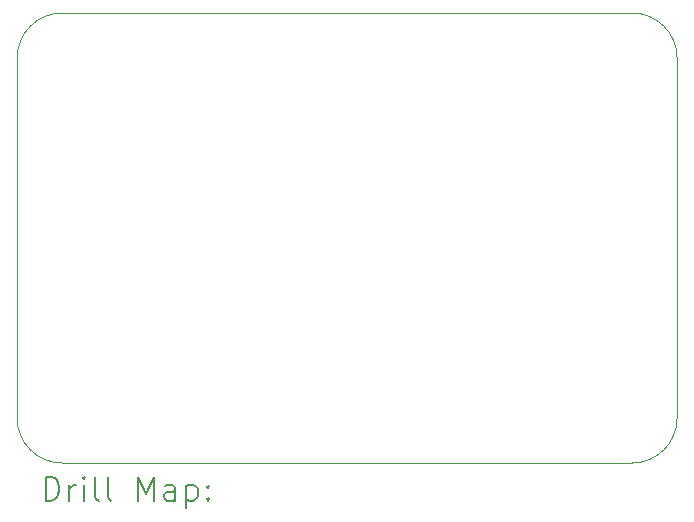
<source format=gbr>
%TF.GenerationSoftware,KiCad,Pcbnew,7.0.1*%
%TF.CreationDate,2025-08-08T09:31:10+07:00*%
%TF.ProjectId,Isolated-Serial-PCB,49736f6c-6174-4656-942d-53657269616c,rev?*%
%TF.SameCoordinates,Original*%
%TF.FileFunction,Drillmap*%
%TF.FilePolarity,Positive*%
%FSLAX45Y45*%
G04 Gerber Fmt 4.5, Leading zero omitted, Abs format (unit mm)*
G04 Created by KiCad (PCBNEW 7.0.1) date 2025-08-08 09:31:10*
%MOMM*%
%LPD*%
G01*
G04 APERTURE LIST*
%ADD10C,0.100000*%
%ADD11C,0.200000*%
G04 APERTURE END LIST*
D10*
X12369800Y-7653400D02*
X17195800Y-7653400D01*
X17195800Y-11463400D02*
X12369800Y-11463400D01*
X17576800Y-8034400D02*
G75*
G03*
X17195800Y-7653400I-381000J0D01*
G01*
X11988800Y-11082400D02*
X11988800Y-8034400D01*
X12369800Y-7653400D02*
G75*
G03*
X11988800Y-8034400I0J-381000D01*
G01*
X11988800Y-11082400D02*
G75*
G03*
X12369800Y-11463400I381000J0D01*
G01*
X17195800Y-11463400D02*
G75*
G03*
X17576800Y-11082400I0J381000D01*
G01*
X17576800Y-8034400D02*
X17576800Y-11082400D01*
D11*
X12231419Y-11780924D02*
X12231419Y-11580924D01*
X12231419Y-11580924D02*
X12279038Y-11580924D01*
X12279038Y-11580924D02*
X12307609Y-11590448D01*
X12307609Y-11590448D02*
X12326657Y-11609495D01*
X12326657Y-11609495D02*
X12336181Y-11628543D01*
X12336181Y-11628543D02*
X12345705Y-11666638D01*
X12345705Y-11666638D02*
X12345705Y-11695209D01*
X12345705Y-11695209D02*
X12336181Y-11733305D01*
X12336181Y-11733305D02*
X12326657Y-11752352D01*
X12326657Y-11752352D02*
X12307609Y-11771400D01*
X12307609Y-11771400D02*
X12279038Y-11780924D01*
X12279038Y-11780924D02*
X12231419Y-11780924D01*
X12431419Y-11780924D02*
X12431419Y-11647590D01*
X12431419Y-11685686D02*
X12440943Y-11666638D01*
X12440943Y-11666638D02*
X12450467Y-11657114D01*
X12450467Y-11657114D02*
X12469514Y-11647590D01*
X12469514Y-11647590D02*
X12488562Y-11647590D01*
X12555228Y-11780924D02*
X12555228Y-11647590D01*
X12555228Y-11580924D02*
X12545705Y-11590448D01*
X12545705Y-11590448D02*
X12555228Y-11599971D01*
X12555228Y-11599971D02*
X12564752Y-11590448D01*
X12564752Y-11590448D02*
X12555228Y-11580924D01*
X12555228Y-11580924D02*
X12555228Y-11599971D01*
X12679038Y-11780924D02*
X12659990Y-11771400D01*
X12659990Y-11771400D02*
X12650467Y-11752352D01*
X12650467Y-11752352D02*
X12650467Y-11580924D01*
X12783800Y-11780924D02*
X12764752Y-11771400D01*
X12764752Y-11771400D02*
X12755228Y-11752352D01*
X12755228Y-11752352D02*
X12755228Y-11580924D01*
X13012371Y-11780924D02*
X13012371Y-11580924D01*
X13012371Y-11580924D02*
X13079038Y-11723781D01*
X13079038Y-11723781D02*
X13145705Y-11580924D01*
X13145705Y-11580924D02*
X13145705Y-11780924D01*
X13326657Y-11780924D02*
X13326657Y-11676162D01*
X13326657Y-11676162D02*
X13317133Y-11657114D01*
X13317133Y-11657114D02*
X13298086Y-11647590D01*
X13298086Y-11647590D02*
X13259990Y-11647590D01*
X13259990Y-11647590D02*
X13240943Y-11657114D01*
X13326657Y-11771400D02*
X13307609Y-11780924D01*
X13307609Y-11780924D02*
X13259990Y-11780924D01*
X13259990Y-11780924D02*
X13240943Y-11771400D01*
X13240943Y-11771400D02*
X13231419Y-11752352D01*
X13231419Y-11752352D02*
X13231419Y-11733305D01*
X13231419Y-11733305D02*
X13240943Y-11714257D01*
X13240943Y-11714257D02*
X13259990Y-11704733D01*
X13259990Y-11704733D02*
X13307609Y-11704733D01*
X13307609Y-11704733D02*
X13326657Y-11695209D01*
X13421895Y-11647590D02*
X13421895Y-11847590D01*
X13421895Y-11657114D02*
X13440943Y-11647590D01*
X13440943Y-11647590D02*
X13479038Y-11647590D01*
X13479038Y-11647590D02*
X13498086Y-11657114D01*
X13498086Y-11657114D02*
X13507609Y-11666638D01*
X13507609Y-11666638D02*
X13517133Y-11685686D01*
X13517133Y-11685686D02*
X13517133Y-11742828D01*
X13517133Y-11742828D02*
X13507609Y-11761876D01*
X13507609Y-11761876D02*
X13498086Y-11771400D01*
X13498086Y-11771400D02*
X13479038Y-11780924D01*
X13479038Y-11780924D02*
X13440943Y-11780924D01*
X13440943Y-11780924D02*
X13421895Y-11771400D01*
X13602848Y-11761876D02*
X13612371Y-11771400D01*
X13612371Y-11771400D02*
X13602848Y-11780924D01*
X13602848Y-11780924D02*
X13593324Y-11771400D01*
X13593324Y-11771400D02*
X13602848Y-11761876D01*
X13602848Y-11761876D02*
X13602848Y-11780924D01*
X13602848Y-11657114D02*
X13612371Y-11666638D01*
X13612371Y-11666638D02*
X13602848Y-11676162D01*
X13602848Y-11676162D02*
X13593324Y-11666638D01*
X13593324Y-11666638D02*
X13602848Y-11657114D01*
X13602848Y-11657114D02*
X13602848Y-11676162D01*
M02*

</source>
